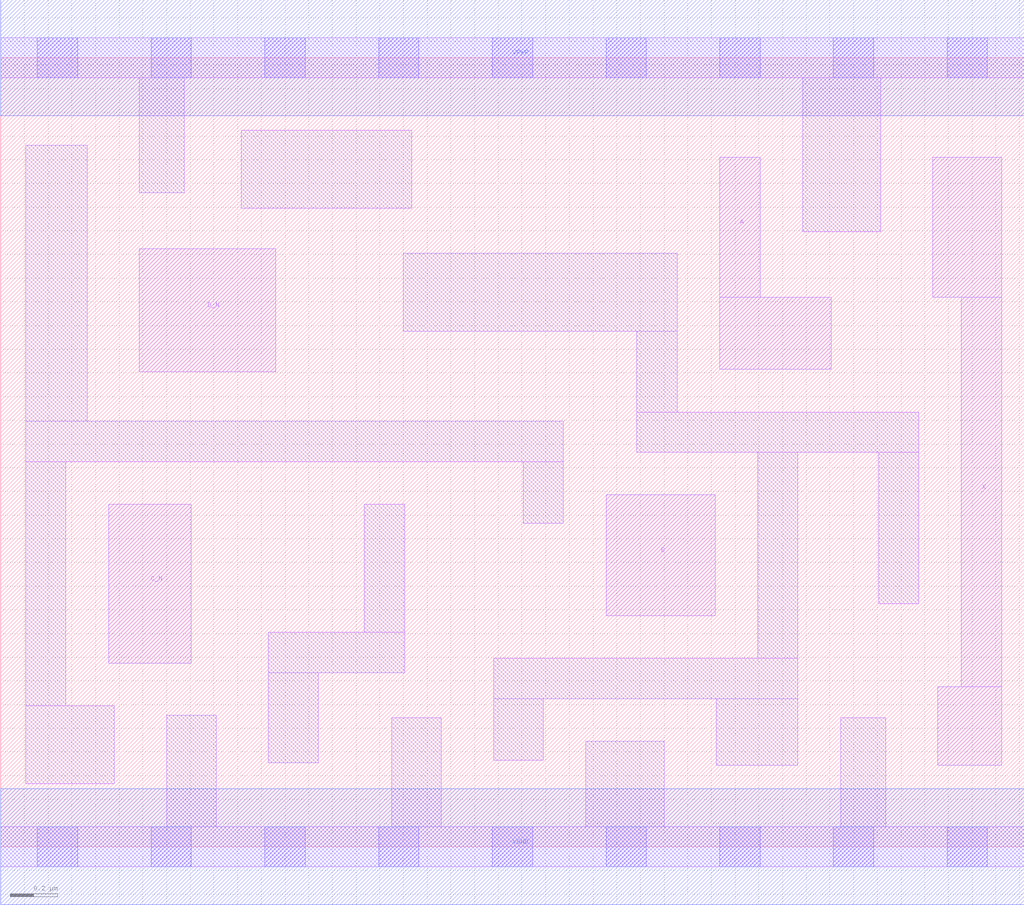
<source format=lef>
# Copyright 2020 The SkyWater PDK Authors
#
# Licensed under the Apache License, Version 2.0 (the "License");
# you may not use this file except in compliance with the License.
# You may obtain a copy of the License at
#
#     https://www.apache.org/licenses/LICENSE-2.0
#
# Unless required by applicable law or agreed to in writing, software
# distributed under the License is distributed on an "AS IS" BASIS,
# WITHOUT WARRANTIES OR CONDITIONS OF ANY KIND, either express or implied.
# See the License for the specific language governing permissions and
# limitations under the License.
#
# SPDX-License-Identifier: Apache-2.0

VERSION 5.7 ;
  NAMESCASESENSITIVE ON ;
  NOWIREEXTENSIONATPIN ON ;
  DIVIDERCHAR "/" ;
  BUSBITCHARS "[]" ;
UNITS
  DATABASE MICRONS 200 ;
END UNITS
MACRO sky130_fd_sc_lp__or4bb_m
  CLASS CORE ;
  SOURCE USER ;
  FOREIGN sky130_fd_sc_lp__or4bb_m ;
  ORIGIN  0.000000  0.000000 ;
  SIZE  4.320000 BY  3.330000 ;
  SYMMETRY X Y R90 ;
  SITE unit ;
  PIN A
    ANTENNAGATEAREA  0.126000 ;
    DIRECTION INPUT ;
    USE SIGNAL ;
    PORT
      LAYER li1 ;
        RECT 3.035000 2.015000 3.505000 2.320000 ;
        RECT 3.035000 2.320000 3.205000 2.910000 ;
    END
  END A
  PIN B
    ANTENNAGATEAREA  0.126000 ;
    DIRECTION INPUT ;
    USE SIGNAL ;
    PORT
      LAYER li1 ;
        RECT 2.555000 0.975000 3.015000 1.485000 ;
    END
  END B
  PIN C_N
    ANTENNAGATEAREA  0.126000 ;
    DIRECTION INPUT ;
    USE SIGNAL ;
    PORT
      LAYER li1 ;
        RECT 0.455000 0.775000 0.805000 1.445000 ;
    END
  END C_N
  PIN D_N
    ANTENNAGATEAREA  0.126000 ;
    DIRECTION INPUT ;
    USE SIGNAL ;
    PORT
      LAYER li1 ;
        RECT 0.585000 2.005000 1.160000 2.525000 ;
    END
  END D_N
  PIN X
    ANTENNADIFFAREA  0.222600 ;
    DIRECTION OUTPUT ;
    USE SIGNAL ;
    PORT
      LAYER li1 ;
        RECT 3.935000 2.320000 4.225000 2.910000 ;
        RECT 3.955000 0.345000 4.225000 0.675000 ;
        RECT 4.055000 0.675000 4.225000 2.320000 ;
    END
  END X
  PIN VGND
    DIRECTION INOUT ;
    USE GROUND ;
    PORT
      LAYER met1 ;
        RECT 0.000000 -0.245000 4.320000 0.245000 ;
    END
  END VGND
  PIN VPWR
    DIRECTION INOUT ;
    USE POWER ;
    PORT
      LAYER met1 ;
        RECT 0.000000 3.085000 4.320000 3.575000 ;
    END
  END VPWR
  OBS
    LAYER li1 ;
      RECT 0.000000 -0.085000 4.320000 0.085000 ;
      RECT 0.000000  3.245000 4.320000 3.415000 ;
      RECT 0.105000  0.265000 0.480000 0.595000 ;
      RECT 0.105000  0.595000 0.275000 1.625000 ;
      RECT 0.105000  1.625000 2.375000 1.795000 ;
      RECT 0.105000  1.795000 0.365000 2.960000 ;
      RECT 0.585000  2.760000 0.775000 3.245000 ;
      RECT 0.700000  0.085000 0.910000 0.555000 ;
      RECT 1.015000  2.695000 1.735000 3.025000 ;
      RECT 1.130000  0.355000 1.340000 0.735000 ;
      RECT 1.130000  0.735000 1.705000 0.905000 ;
      RECT 1.535000  0.905000 1.705000 1.445000 ;
      RECT 1.650000  0.085000 1.860000 0.545000 ;
      RECT 1.700000  2.175000 2.855000 2.505000 ;
      RECT 2.080000  0.365000 2.290000 0.625000 ;
      RECT 2.080000  0.625000 3.365000 0.795000 ;
      RECT 2.205000  1.365000 2.375000 1.625000 ;
      RECT 2.470000  0.085000 2.800000 0.445000 ;
      RECT 2.685000  1.665000 3.875000 1.835000 ;
      RECT 2.685000  1.835000 2.855000 2.175000 ;
      RECT 3.020000  0.345000 3.365000 0.625000 ;
      RECT 3.195000  0.795000 3.365000 1.665000 ;
      RECT 3.385000  2.595000 3.715000 3.245000 ;
      RECT 3.545000  0.085000 3.735000 0.545000 ;
      RECT 3.705000  1.025000 3.875000 1.665000 ;
    LAYER mcon ;
      RECT 0.155000 -0.085000 0.325000 0.085000 ;
      RECT 0.155000  3.245000 0.325000 3.415000 ;
      RECT 0.635000 -0.085000 0.805000 0.085000 ;
      RECT 0.635000  3.245000 0.805000 3.415000 ;
      RECT 1.115000 -0.085000 1.285000 0.085000 ;
      RECT 1.115000  3.245000 1.285000 3.415000 ;
      RECT 1.595000 -0.085000 1.765000 0.085000 ;
      RECT 1.595000  3.245000 1.765000 3.415000 ;
      RECT 2.075000 -0.085000 2.245000 0.085000 ;
      RECT 2.075000  3.245000 2.245000 3.415000 ;
      RECT 2.555000 -0.085000 2.725000 0.085000 ;
      RECT 2.555000  3.245000 2.725000 3.415000 ;
      RECT 3.035000 -0.085000 3.205000 0.085000 ;
      RECT 3.035000  3.245000 3.205000 3.415000 ;
      RECT 3.515000 -0.085000 3.685000 0.085000 ;
      RECT 3.515000  3.245000 3.685000 3.415000 ;
      RECT 3.995000 -0.085000 4.165000 0.085000 ;
      RECT 3.995000  3.245000 4.165000 3.415000 ;
  END
END sky130_fd_sc_lp__or4bb_m

</source>
